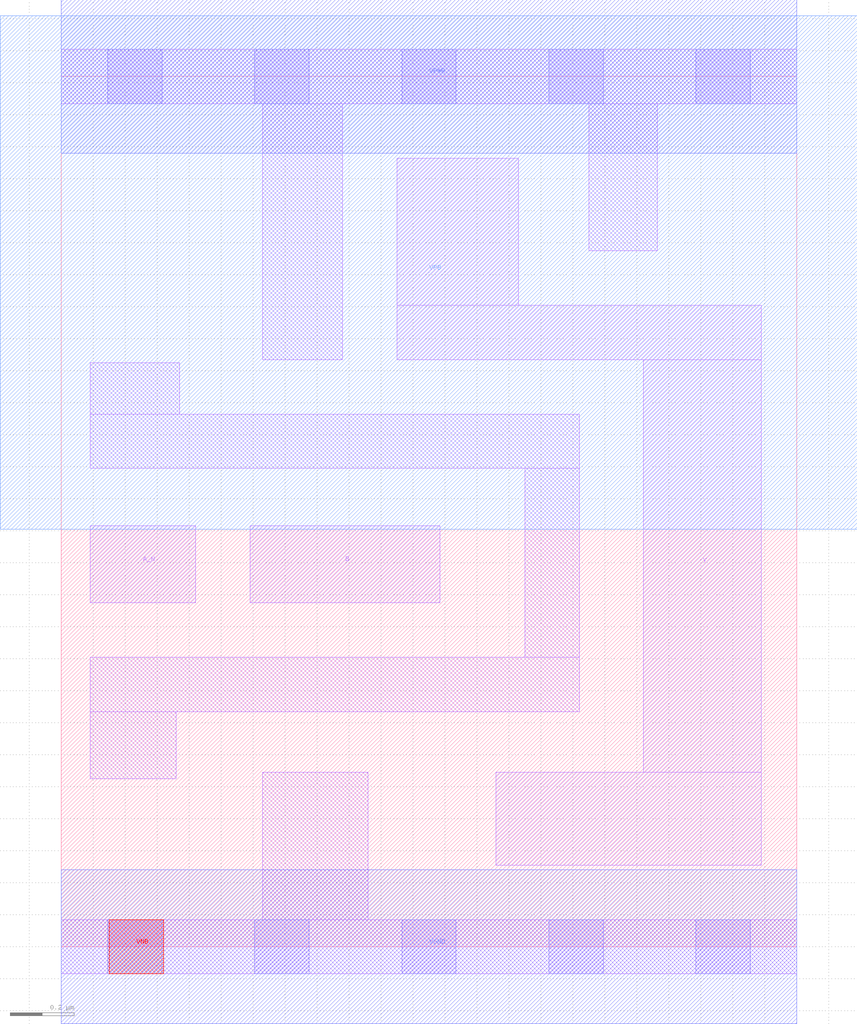
<source format=lef>
# Copyright 2020 The SkyWater PDK Authors
#
# Licensed under the Apache License, Version 2.0 (the "License");
# you may not use this file except in compliance with the License.
# You may obtain a copy of the License at
#
#     https://www.apache.org/licenses/LICENSE-2.0
#
# Unless required by applicable law or agreed to in writing, software
# distributed under the License is distributed on an "AS IS" BASIS,
# WITHOUT WARRANTIES OR CONDITIONS OF ANY KIND, either express or implied.
# See the License for the specific language governing permissions and
# limitations under the License.
#
# SPDX-License-Identifier: Apache-2.0

VERSION 5.7 ;
  NOWIREEXTENSIONATPIN ON ;
  DIVIDERCHAR "/" ;
  BUSBITCHARS "[]" ;
PROPERTYDEFINITIONS
  MACRO maskLayoutSubType STRING ;
  MACRO prCellType STRING ;
  MACRO originalViewName STRING ;
END PROPERTYDEFINITIONS
MACRO sky130_fd_sc_hdll__nand2b_1
  CLASS CORE ;
  FOREIGN sky130_fd_sc_hdll__nand2b_1 ;
  ORIGIN  0.000000  0.000000 ;
  SIZE  2.300000 BY  2.720000 ;
  SYMMETRY X Y R90 ;
  SITE unithd ;
  PIN A_N
    ANTENNAGATEAREA  0.138600 ;
    DIRECTION INPUT ;
    USE SIGNAL ;
    PORT
      LAYER li1 ;
        RECT 0.090000 1.075000 0.420000 1.315000 ;
    END
  END A_N
  PIN B
    ANTENNAGATEAREA  0.277500 ;
    DIRECTION INPUT ;
    USE SIGNAL ;
    PORT
      LAYER li1 ;
        RECT 0.590000 1.075000 1.185000 1.315000 ;
    END
  END B
  PIN VGND
    ANTENNADIFFAREA  0.233000 ;
    DIRECTION INOUT ;
    USE SIGNAL ;
    PORT
      LAYER met1 ;
        RECT 0.000000 -0.240000 2.300000 0.240000 ;
    END
  END VGND
  PIN VPWR
    ANTENNADIFFAREA  0.575700 ;
    DIRECTION INOUT ;
    USE SIGNAL ;
    PORT
      LAYER met1 ;
        RECT 0.000000 2.480000 2.300000 2.960000 ;
    END
  END VPWR
  PIN Y
    ANTENNADIFFAREA  0.491500 ;
    DIRECTION OUTPUT ;
    USE SIGNAL ;
    PORT
      LAYER li1 ;
        RECT 1.050000 1.835000 2.190000 2.005000 ;
        RECT 1.050000 2.005000 1.430000 2.465000 ;
        RECT 1.360000 0.255000 2.190000 0.545000 ;
        RECT 1.820000 0.545000 2.190000 1.835000 ;
    END
  END Y
  PIN VNB
    DIRECTION INOUT ;
    USE GROUND ;
    PORT
      LAYER pwell ;
        RECT 0.150000 -0.085000 0.320000 0.085000 ;
    END
  END VNB
  PIN VPB
    DIRECTION INOUT ;
    USE POWER ;
    PORT
      LAYER nwell ;
        RECT -0.190000 1.305000 2.490000 2.910000 ;
    END
  END VPB
  OBS
    LAYER li1 ;
      RECT 0.000000 -0.085000 2.300000 0.085000 ;
      RECT 0.000000  2.635000 2.300000 2.805000 ;
      RECT 0.090000  0.525000 0.360000 0.735000 ;
      RECT 0.090000  0.735000 1.620000 0.905000 ;
      RECT 0.090000  1.495000 1.620000 1.665000 ;
      RECT 0.090000  1.665000 0.370000 1.825000 ;
      RECT 0.630000  0.085000 0.960000 0.545000 ;
      RECT 0.630000  1.835000 0.880000 2.635000 ;
      RECT 1.450000  0.905000 1.620000 1.495000 ;
      RECT 1.650000  2.175000 1.865000 2.635000 ;
    LAYER mcon ;
      RECT 0.145000 -0.085000 0.315000 0.085000 ;
      RECT 0.145000  2.635000 0.315000 2.805000 ;
      RECT 0.605000 -0.085000 0.775000 0.085000 ;
      RECT 0.605000  2.635000 0.775000 2.805000 ;
      RECT 1.065000 -0.085000 1.235000 0.085000 ;
      RECT 1.065000  2.635000 1.235000 2.805000 ;
      RECT 1.525000 -0.085000 1.695000 0.085000 ;
      RECT 1.525000  2.635000 1.695000 2.805000 ;
      RECT 1.985000 -0.085000 2.155000 0.085000 ;
      RECT 1.985000  2.635000 2.155000 2.805000 ;
  END
  PROPERTY maskLayoutSubType "abstract" ;
  PROPERTY prCellType "standard" ;
  PROPERTY originalViewName "layout" ;
END sky130_fd_sc_hdll__nand2b_1
END LIBRARY

</source>
